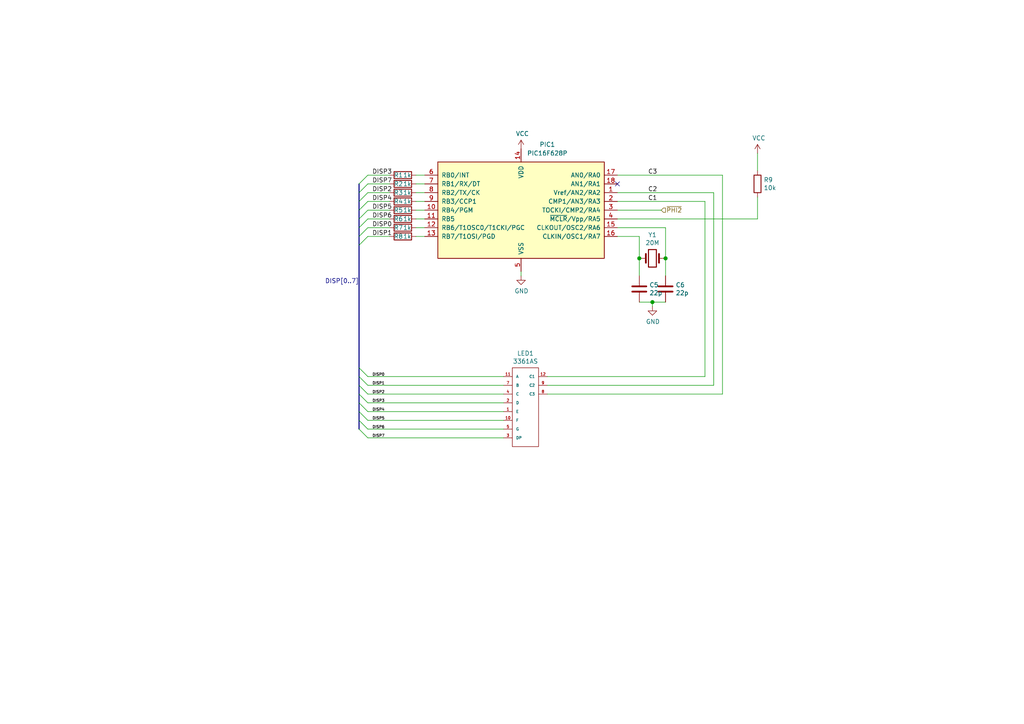
<source format=kicad_sch>
(kicad_sch (version 20211123) (generator eeschema)
  (paper "A4")
  (title_block (title "SBC6526 - ClockMeter") (date "2021-10-01") (rev "2.0") (company "Daniel Molina García"))
  (lib_symbols
    (symbol "Device:C" (pin_numbers hide) (pin_names (offset 0.254))
      (property "Reference" "C" (at 0.635 2.54 0))
      (property "Value" "C" (at 0.635 -2.54 0))
      (symbol "C_0_1"
        (polyline (pts (xy -2.032 -0.762) (xy 2.032 -0.762)) (stroke (width 0.508)))
        (polyline (pts (xy -2.032 0.762) (xy 2.032 0.762)) (stroke (width 0.508)))
      )
      (symbol "C_1_1"
        (pin passive line (at 0 3.81 270) (length 2.794) (name "~") (number "1"))
        (pin passive line (at 0 -3.81 90) (length 2.794) (name "~") (number "2"))
      )
    )
    (symbol "Device:Crystal" (pin_numbers hide) (pin_names (offset 1.016) hide)
      (property "Reference" "Y" (at 0 3.81 0))
      (property "Value" "Crystal" (at 0 -3.81 0))
      (symbol "Crystal_0_1"
        (rectangle (start -1.143 2.54) (end 1.143 -2.54) (stroke (width 0.3048)))
        (polyline (pts (xy -2.54 0) (xy -1.905 0)))
        (polyline (pts (xy -1.905 -1.27) (xy -1.905 1.27)) (stroke (width 0.508)))
        (polyline (pts (xy 1.905 -1.27) (xy 1.905 1.27)) (stroke (width 0.508)))
        (polyline (pts (xy 2.54 0) (xy 1.905 0)))
      )
      (symbol "Crystal_1_1"
        (pin passive line (at -3.81 0 0) (length 1.27) (name "1") (number "1"))
        (pin passive line (at 3.81 0 180) (length 1.27) (name "2") (number "2"))
      )
    )
    (symbol "Device:R" (pin_numbers hide) (pin_names (offset 0))
      (property "Reference" "R" (at 2.032 0 90))
      (property "Value" "R" (at 0 0 90))
      (symbol "R_0_1"
        (rectangle (start -1.016 -2.54) (end 1.016 2.54) (stroke (width 0.254)))
      )
      (symbol "R_1_1"
        (pin passive line (at 0 3.81 270) (length 1.27) (name "~") (number "1"))
        (pin passive line (at 0 -3.81 90) (length 1.27) (name "~") (number "2"))
      )
    )
    (symbol "MCU_Microchip_PIC16:PIC16F628-xxIP" (pin_names (offset 1.016))
      (property "Reference" "U" (at -24.13 17.78 0))
      (property "Value" "PIC16F628-xxIP" (at -24.13 15.24 0))
      (symbol "PIC16F628-xxIP_0_1"
        (rectangle (start 24.13 13.97) (end -24.13 -13.97) (stroke (width 0.254)) (fill (type background)))
      )
      (symbol "PIC16F628-xxIP_1_1"
        (pin bidirectional line (at 27.94 5.08 180) (length 3.81) (name "Vref/AN2/RA2") (number "1"))
        (pin bidirectional line (at -27.94 0 0) (length 3.81) (name "RB4/PGM") (number "10"))
        (pin bidirectional line (at -27.94 -2.54 0) (length 3.81) (name "RB5") (number "11"))
        (pin bidirectional line (at -27.94 -5.08 0) (length 3.81) (name "RB6/T1OSC0/T1CKI/PGC") (number "12"))
        (pin bidirectional line (at -27.94 -7.62 0) (length 3.81) (name "RB7/T1OSI/PGD") (number "13"))
        (pin power_in line (at 0 17.78 270) (length 3.81) (name "VDD") (number "14"))
        (pin bidirectional line (at 27.94 -5.08 180) (length 3.81) (name "CLKOUT/OSC2/RA6") (number "15"))
        (pin bidirectional line (at 27.94 -7.62 180) (length 3.81) (name "CLKIN/OSC1/RA7") (number "16"))
        (pin bidirectional line (at 27.94 10.16 180) (length 3.81) (name "AN0/RA0") (number "17"))
        (pin bidirectional line (at 27.94 7.62 180) (length 3.81) (name "AN1/RA1") (number "18"))
        (pin bidirectional line (at 27.94 2.54 180) (length 3.81) (name "CMP1/AN3/RA3") (number "2"))
        (pin bidirectional line (at 27.94 0 180) (length 3.81) (name "TOCKI/CMP2/RA4") (number "3"))
        (pin input line (at 27.94 -2.54 180) (length 3.81) (name "~{MCLR}/Vpp/RA5") (number "4"))
        (pin power_in line (at 0 -17.78 90) (length 3.81) (name "VSS") (number "5"))
        (pin bidirectional line (at -27.94 10.16 0) (length 3.81) (name "RB0/INT") (number "6"))
        (pin bidirectional line (at -27.94 7.62 0) (length 3.81) (name "RB1/RX/DT") (number "7"))
        (pin bidirectional line (at -27.94 5.08 0) (length 3.81) (name "RB2/TX/CK") (number "8"))
        (pin bidirectional line (at -27.94 2.54 0) (length 3.81) (name "RB3/CCP1") (number "9"))
      )
    )
    (symbol "power:GND" (power) (pin_names (offset 0))
      (property "Value" "GND" (at 0 -3.81 0))
      (symbol "GND_0_1"
        (polyline (pts (xy 0 0) (xy 0 -1.27) (xy 1.27 -1.27) (xy 0 -2.54) (xy -1.27 -1.27) (xy 0 -1.27)))
      )
      (symbol "GND_1_1"
        (pin power_in line (at 0 0 270) (length 0) hide (name "GND") (number "1"))
      )
    )
    (symbol "power:VCC" (power) (pin_names (offset 0))
      (property "Value" "VCC" (at 0 3.81 0))
      (symbol "VCC_0_1"
        (polyline (pts (xy -0.762 1.27) (xy 0 2.54)))
        (polyline (pts (xy 0 0) (xy 0 2.54)))
        (polyline (pts (xy 0 2.54) (xy 0.762 1.27)))
      )
      (symbol "VCC_1_1"
        (pin power_in line (at 0 0 90) (length 0) hide (name "VCC") (number "1"))
      )
    )
    (symbol "sbc6526:3361AS-sbc6526" (pin_names (offset 1.016))
      (property "Reference" "LED" (at 0 -17.78 0))
      (property "Value" "3361AS-sbc6526" (at 0 7.62 0))
      (symbol "3361AS-sbc6526_0_1"
        (rectangle (start -3.81 6.35) (end 3.81 -16.51))
      )
      (symbol "3361AS-sbc6526_1_1"
        (pin input line (at -6.35 -6.35 0) (length 2.54) (name "E") (number "1"))
        (pin input line (at -6.35 -8.89 0) (length 2.54) (name "F") (number "10"))
        (pin input line (at -6.35 3.81 0) (length 2.54) (name "A") (number "11"))
        (pin input line (at 6.35 3.81 180) (length 2.54) (name "C1") (number "12"))
        (pin input line (at -6.35 -3.81 0) (length 2.54) (name "D") (number "2"))
        (pin input line (at -6.35 -13.97 0) (length 2.54) (name "DP") (number "3"))
        (pin input line (at -6.35 -1.27 0) (length 2.54) (name "C") (number "4"))
        (pin input line (at -6.35 -11.43 0) (length 2.54) (name "G") (number "5"))
        (pin input line (at -6.35 1.27 0) (length 2.54) (name "B") (number "7"))
        (pin input line (at 6.35 -1.27 180) (length 2.54) (name "C3") (number "8"))
        (pin input line (at 6.35 1.27 180) (length 2.54) (name "C2") (number "9"))
      )
    )
  )
  (bus_alias "LEDBUS" (members "A" "B" "C" "D" "E" "F" "G" "DP"))
  (junction (at 193.04 74.93) (diameter 1.016))
  (junction (at 189.23 87.63) (diameter 1.016))
  (junction (at 185.42 74.93) (diameter 1.016))
  (no_connect (at 179.07 53.34))
  (bus_entry (at 106.68 63.5) (size -2.54 2.54) (stroke (width 0.1524)))
  (bus_entry (at 106.68 121.92) (size -2.54 -2.54) (stroke (width 0.1524)))
  (bus_entry (at 106.68 50.8) (size -2.54 2.54) (stroke (width 0.1524)))
  (bus_entry (at 106.68 109.22) (size -2.54 -2.54) (stroke (width 0.1524)))
  (bus_entry (at 106.68 53.34) (size -2.54 2.54) (stroke (width 0.1524)))
  (bus_entry (at 106.68 116.84) (size -2.54 -2.54) (stroke (width 0.1524)))
  (bus_entry (at 106.68 68.58) (size -2.54 2.54) (stroke (width 0.1524)))
  (bus_entry (at 106.68 55.88) (size -2.54 2.54) (stroke (width 0.1524)))
  (bus_entry (at 106.68 119.38) (size -2.54 -2.54) (stroke (width 0.1524)))
  (bus_entry (at 106.68 114.3) (size -2.54 -2.54) (stroke (width 0.1524)))
  (bus_entry (at 106.68 58.42) (size -2.54 2.54) (stroke (width 0.1524)))
  (bus_entry (at 106.68 111.76) (size -2.54 -2.54) (stroke (width 0.1524)))
  (bus_entry (at 106.68 124.46) (size -2.54 -2.54) (stroke (width 0.1524)))
  (bus_entry (at 106.68 66.04) (size -2.54 2.54) (stroke (width 0.1524)))
  (bus_entry (at 106.68 127) (size -2.54 -2.54) (stroke (width 0.1524)))
  (bus_entry (at 106.68 60.96) (size -2.54 2.54) (stroke (width 0.1524)))
  (wire (pts (xy 193.04 80.01) (xy 193.04 74.93)))
  (bus (pts (xy 104.14 71.12) (xy 104.14 106.68)))
  (wire (pts (xy 185.42 87.63) (xy 189.23 87.63)))
  (wire (pts (xy 106.68 66.04) (xy 113.03 66.04)))
  (wire (pts (xy 193.04 66.04) (xy 179.07 66.04)))
  (bus (pts (xy 104.14 106.68) (xy 104.14 109.22)))
  (wire (pts (xy 189.23 87.63) (xy 189.23 88.9)))
  (wire (pts (xy 179.07 68.58) (xy 185.42 68.58)))
  (bus (pts (xy 104.14 66.04) (xy 104.14 68.58)))
  (wire (pts (xy 123.19 53.34) (xy 120.65 53.34)))
  (wire (pts (xy 158.75 111.76) (xy 207.01 111.76)))
  (wire (pts (xy 123.19 63.5) (xy 120.65 63.5)))
  (wire (pts (xy 106.68 60.96) (xy 113.03 60.96)))
  (wire (pts (xy 123.19 50.8) (xy 120.65 50.8)))
  (wire (pts (xy 179.07 58.42) (xy 204.47 58.42)))
  (wire (pts (xy 185.42 74.93) (xy 185.42 80.01)))
  (wire (pts (xy 123.19 66.04) (xy 120.65 66.04)))
  (wire (pts (xy 146.05 109.22) (xy 106.68 109.22)))
  (wire (pts (xy 158.75 114.3) (xy 209.55 114.3)))
  (wire (pts (xy 207.01 55.88) (xy 179.07 55.88)))
  (bus (pts (xy 104.14 116.84) (xy 104.14 119.38)))
  (wire (pts (xy 123.19 58.42) (xy 120.65 58.42)))
  (wire (pts (xy 106.68 68.58) (xy 113.03 68.58)))
  (wire (pts (xy 146.05 124.46) (xy 106.68 124.46)))
  (wire (pts (xy 179.07 63.5) (xy 219.71 63.5)))
  (wire (pts (xy 158.75 109.22) (xy 204.47 109.22)))
  (wire (pts (xy 123.19 55.88) (xy 120.65 55.88)))
  (wire (pts (xy 209.55 50.8) (xy 209.55 114.3)))
  (wire (pts (xy 185.42 68.58) (xy 185.42 74.93)))
  (bus (pts (xy 104.14 109.22) (xy 104.14 111.76)))
  (wire (pts (xy 106.68 55.88) (xy 113.03 55.88)))
  (wire (pts (xy 123.19 68.58) (xy 120.65 68.58)))
  (wire (pts (xy 146.05 121.92) (xy 106.68 121.92)))
  (wire (pts (xy 146.05 127) (xy 106.68 127)))
  (wire (pts (xy 106.68 63.5) (xy 113.03 63.5)))
  (wire (pts (xy 204.47 58.42) (xy 204.47 109.22)))
  (wire (pts (xy 193.04 74.93) (xy 193.04 66.04)))
  (wire (pts (xy 189.23 87.63) (xy 193.04 87.63)))
  (bus (pts (xy 104.14 63.5) (xy 104.14 66.04)))
  (bus (pts (xy 104.14 121.92) (xy 104.14 124.46)))
  (wire (pts (xy 106.68 58.42) (xy 113.03 58.42)))
  (wire (pts (xy 207.01 55.88) (xy 207.01 111.76)))
  (wire (pts (xy 209.55 50.8) (xy 179.07 50.8)))
  (bus (pts (xy 104.14 119.38) (xy 104.14 121.92)))
  (bus (pts (xy 104.14 68.58) (xy 104.14 71.12)))
  (wire (pts (xy 146.05 111.76) (xy 106.68 111.76)))
  (wire (pts (xy 123.19 60.96) (xy 120.65 60.96)))
  (bus (pts (xy 104.14 55.88) (xy 104.14 58.42)))
  (bus (pts (xy 104.14 111.76) (xy 104.14 114.3)))
  (wire (pts (xy 219.71 63.5) (xy 219.71 57.15)))
  (wire (pts (xy 146.05 116.84) (xy 106.68 116.84)))
  (bus (pts (xy 104.14 53.34) (xy 104.14 55.88)))
  (wire (pts (xy 106.68 50.8) (xy 113.03 50.8)))
  (bus (pts (xy 104.14 60.96) (xy 104.14 63.5)))
  (wire (pts (xy 146.05 114.3) (xy 106.68 114.3)))
  (wire (pts (xy 106.68 53.34) (xy 113.03 53.34)))
  (wire (pts (xy 151.13 78.74) (xy 151.13 80.01)))
  (wire (pts (xy 179.07 60.96) (xy 191.77 60.96)))
  (bus (pts (xy 104.14 114.3) (xy 104.14 116.84)))
  (wire (pts (xy 219.71 49.53) (xy 219.71 44.45)))
  (wire (pts (xy 146.05 119.38) (xy 106.68 119.38)))
  (bus (pts (xy 104.14 58.42) (xy 104.14 60.96)))
  (label "DISP0" (at 107.95 109.22 0) (effects (font (size 0.787 0.787))))
  (label "C2" (at 187.96 55.88 0))
  (label "DISP1" (at 107.95 68.58 0))
  (label "DISP4" (at 107.95 58.42 0))
  (label "DISP2" (at 107.95 114.3 0) (effects (font (size 0.787 0.787))))
  (label "DISP1" (at 107.95 111.76 0) (effects (font (size 0.787 0.787))))
  (label "C1" (at 187.96 58.42 0))
  (label "DISP5" (at 107.95 60.96 0))
  (label "DISP0" (at 107.95 66.04 0))
  (label "DISP6" (at 107.95 124.46 0) (effects (font (size 0.787 0.787))))
  (label "DISP4" (at 107.95 119.38 0) (effects (font (size 0.787 0.787))))
  (label "DISP6" (at 107.95 63.5 0))
  (label "DISP7" (at 107.95 53.34 0))
  (label "C3" (at 187.96 50.8 0))
  (label "DISP7" (at 107.95 127 0) (effects (font (size 0.787 0.787))))
  (label "DISP2" (at 107.95 55.88 0))
  (label "DISP[0..7]" (at 104.14 82.55 180))
  (label "DISP3" (at 107.95 50.8 0))
  (label "DISP5" (at 107.95 121.92 0) (effects (font (size 0.787 0.787))))
  (label "DISP3" (at 107.95 116.84 0) (effects (font (size 0.787 0.787))))
  (hierarchical_label "~{PHI2}" (shape input) (at 191.77 60.96 0))
  (symbol (lib_id "sbc6526:3361AS-sbc6526") (at 152.4 113.03 0) (unit 1)
    (property "Reference" "LED1" (at 152.4 102.489 0))
    (property "Value" "3361AS" (at 152.4 104.8004 0))
    (property "Footprint" "sbc6526:3digit-7segment3361" (effects hide))
  )
  (symbol (lib_id "MCU_Microchip_PIC16:PIC16F628-xxIP") (at 151.13 60.96 0) (unit 1)
    (property "Reference" "PIC1" (at 158.75 41.91 0))
    (property "Value" "PIC16F628P" (at 158.75 44.45 0))
    (property "Footprint" "Package_DIP:DIP-18_W7.62mm" (effects hide))
    (property "Datasheet" "http://ww1.microchip.com/downloads/en/DeviceDoc/40300c.pdf" (effects hide))
  )
  (symbol (lib_id "Device:R") (at 116.84 50.8 270) (unit 1)
    (property "Reference" "R1" (at 115.57 50.8 90))
    (property "Value" "1k" (at 118.11 50.8 90))
    (property "Footprint" "Resistor_SMD:R_0805_2012Metric_Pad1.20x1.40mm_HandSolder" (effects hide))
  )
  (symbol (lib_id "Device:R") (at 116.84 53.34 270) (unit 1)
    (property "Reference" "R2" (at 115.57 53.34 90))
    (property "Value" "1k" (at 118.11 53.34 90))
    (property "Footprint" "Resistor_SMD:R_0805_2012Metric_Pad1.20x1.40mm_HandSolder" (effects hide))
  )
  (symbol (lib_id "Device:R") (at 116.84 55.88 270) (unit 1)
    (property "Reference" "R3" (at 115.57 55.88 90))
    (property "Value" "1k" (at 118.11 55.88 90))
    (property "Footprint" "Resistor_SMD:R_0805_2012Metric_Pad1.20x1.40mm_HandSolder" (effects hide))
  )
  (symbol (lib_id "Device:R") (at 116.84 58.42 270) (unit 1)
    (property "Reference" "R4" (at 115.57 58.42 90))
    (property "Value" "1k" (at 118.11 58.42 90))
    (property "Footprint" "Resistor_SMD:R_0805_2012Metric_Pad1.20x1.40mm_HandSolder" (effects hide))
  )
  (symbol (lib_id "Device:R") (at 116.84 60.96 270) (unit 1)
    (property "Reference" "R5" (at 115.57 60.96 90))
    (property "Value" "1k" (at 118.11 60.96 90))
    (property "Footprint" "Resistor_SMD:R_0805_2012Metric_Pad1.20x1.40mm_HandSolder" (effects hide))
  )
  (symbol (lib_id "Device:R") (at 116.84 63.5 270) (unit 1)
    (property "Reference" "R6" (at 115.57 63.5 90))
    (property "Value" "1k" (at 118.11 63.5 90))
    (property "Footprint" "Resistor_SMD:R_0805_2012Metric_Pad1.20x1.40mm_HandSolder" (effects hide))
  )
  (symbol (lib_id "Device:R") (at 116.84 66.04 270) (unit 1)
    (property "Reference" "R7" (at 115.57 66.04 90))
    (property "Value" "1k" (at 118.11 66.04 90))
    (property "Footprint" "Resistor_SMD:R_0805_2012Metric_Pad1.20x1.40mm_HandSolder" (effects hide))
  )
  (symbol (lib_id "Device:R") (at 116.84 68.58 270) (unit 1)
    (property "Reference" "R8" (at 115.57 68.58 90))
    (property "Value" "1k" (at 118.11 68.58 90))
    (property "Footprint" "Resistor_SMD:R_0805_2012Metric_Pad1.20x1.40mm_HandSolder" (effects hide))
  )
  (symbol (lib_id "power:VCC") (at 151.13 43.18 0) (unit 1)
    (property "Reference" "#PWR0137" (effects hide))
    (property "Value" "VCC" (at 151.511 38.7858 0))
  )
  (symbol (lib_id "power:GND") (at 151.13 80.01 0) (unit 1)
    (property "Reference" "#PWR0138" (effects hide))
    (property "Value" "GND" (at 151.257 84.4042 0))
  )
  (symbol (lib_id "Device:R") (at 219.71 53.34 0) (unit 1)
    (property "Reference" "R9" (at 221.488 52.1716 0) (effects (justify left)))
    (property "Value" "10k" (at 221.488 54.483 0) (effects (justify left)))
    (property "Footprint" "Resistor_SMD:R_0805_2012Metric_Pad1.20x1.40mm_HandSolder" (effects hide))
  )
  (symbol (lib_id "power:VCC") (at 219.71 44.45 0) (unit 1)
    (property "Reference" "#PWR0139" (effects hide))
    (property "Value" "VCC" (at 220.091 40.0558 0))
  )
  (symbol (lib_id "Device:Crystal") (at 189.23 74.93 0) (unit 1)
    (property "Reference" "Y1" (at 189.23 68.1228 0))
    (property "Value" "20M" (at 189.23 70.4342 0))
    (property "Footprint" "Resistor_THT:R_Axial_DIN0204_L3.6mm_D1.6mm_P5.08mm_Horizontal" (effects hide))
  )
  (symbol (lib_id "Device:C") (at 185.42 83.82 0) (unit 1)
    (property "Reference" "C5" (at 188.341 82.6516 0) (effects (justify left)))
    (property "Value" "22p" (at 188.341 84.963 0) (effects (justify left)))
    (property "Footprint" "Capacitor_SMD:C_0805_2012Metric_Pad1.18x1.45mm_HandSolder" (effects hide))
  )
  (symbol (lib_id "Device:C") (at 193.04 83.82 0) (unit 1)
    (property "Reference" "C6" (at 195.961 82.6516 0) (effects (justify left)))
    (property "Value" "22p" (at 195.961 84.963 0) (effects (justify left)))
    (property "Footprint" "Capacitor_SMD:C_0805_2012Metric_Pad1.18x1.45mm_HandSolder" (effects hide))
  )
  (symbol (lib_id "power:GND") (at 189.23 88.9 0) (unit 1)
    (property "Reference" "#PWR0140" (effects hide))
    (property "Value" "GND" (at 189.357 93.2942 0))
  )
)
</source>
